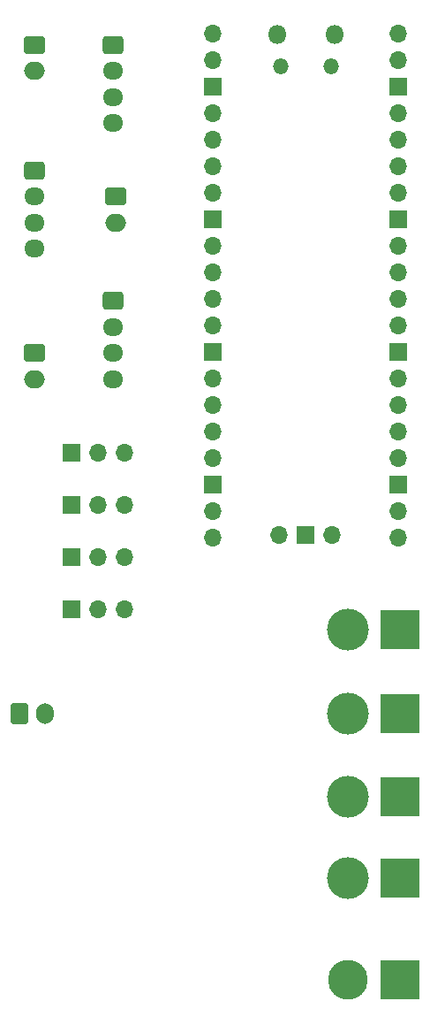
<source format=gbr>
%TF.GenerationSoftware,KiCad,Pcbnew,(6.0.0)*%
%TF.CreationDate,2022-01-01T23:53:49+00:00*%
%TF.ProjectId,main_distro,6d61696e-5f64-4697-9374-726f2e6b6963,rev?*%
%TF.SameCoordinates,Original*%
%TF.FileFunction,Soldermask,Bot*%
%TF.FilePolarity,Negative*%
%FSLAX46Y46*%
G04 Gerber Fmt 4.6, Leading zero omitted, Abs format (unit mm)*
G04 Created by KiCad (PCBNEW (6.0.0)) date 2022-01-01 23:53:49*
%MOMM*%
%LPD*%
G01*
G04 APERTURE LIST*
G04 Aperture macros list*
%AMRoundRect*
0 Rectangle with rounded corners*
0 $1 Rounding radius*
0 $2 $3 $4 $5 $6 $7 $8 $9 X,Y pos of 4 corners*
0 Add a 4 corners polygon primitive as box body*
4,1,4,$2,$3,$4,$5,$6,$7,$8,$9,$2,$3,0*
0 Add four circle primitives for the rounded corners*
1,1,$1+$1,$2,$3*
1,1,$1+$1,$4,$5*
1,1,$1+$1,$6,$7*
1,1,$1+$1,$8,$9*
0 Add four rect primitives between the rounded corners*
20,1,$1+$1,$2,$3,$4,$5,0*
20,1,$1+$1,$4,$5,$6,$7,0*
20,1,$1+$1,$6,$7,$8,$9,0*
20,1,$1+$1,$8,$9,$2,$3,0*%
G04 Aperture macros list end*
%ADD10RoundRect,0.250000X-0.600000X-0.750000X0.600000X-0.750000X0.600000X0.750000X-0.600000X0.750000X0*%
%ADD11O,1.700000X2.000000*%
%ADD12R,1.700000X1.700000*%
%ADD13O,1.700000X1.700000*%
%ADD14R,3.800000X3.800000*%
%ADD15C,3.800000*%
%ADD16O,1.500000X1.500000*%
%ADD17O,1.800000X1.800000*%
%ADD18O,2.000000X1.700000*%
%ADD19RoundRect,0.250000X-0.750000X0.600000X-0.750000X-0.600000X0.750000X-0.600000X0.750000X0.600000X0*%
%ADD20RoundRect,0.250000X-0.725000X0.600000X-0.725000X-0.600000X0.725000X-0.600000X0.725000X0.600000X0*%
%ADD21O,1.950000X1.700000*%
%ADD22C,4.000000*%
G04 APERTURE END LIST*
D10*
%TO.C,J12*%
X74500000Y-127000000D03*
D11*
X77000000Y-127000000D03*
%TD*%
D12*
%TO.C,J16*%
X79500000Y-117000000D03*
D13*
X82040000Y-117000000D03*
X84580000Y-117000000D03*
%TD*%
D12*
%TO.C,J15*%
X79500000Y-107000000D03*
D13*
X82040000Y-107000000D03*
X84580000Y-107000000D03*
%TD*%
D12*
%TO.C,J14*%
X79500000Y-112000000D03*
D13*
X82040000Y-112000000D03*
X84580000Y-112000000D03*
%TD*%
D12*
%TO.C,J13*%
X79500000Y-102000000D03*
D13*
X82040000Y-102000000D03*
X84580000Y-102000000D03*
%TD*%
D14*
%TO.C,J7*%
X111000000Y-152500000D03*
D15*
X106000000Y-152500000D03*
%TD*%
D16*
%TO.C,U1*%
X104425000Y-65030000D03*
X99575000Y-65030000D03*
D17*
X104725000Y-62000000D03*
X99275000Y-62000000D03*
D13*
X93110000Y-61870000D03*
X93110000Y-64410000D03*
D12*
X93110000Y-66950000D03*
D13*
X93110000Y-69490000D03*
X93110000Y-72030000D03*
X93110000Y-74570000D03*
X93110000Y-77110000D03*
D12*
X93110000Y-79650000D03*
D13*
X93110000Y-82190000D03*
X93110000Y-84730000D03*
X93110000Y-87270000D03*
X93110000Y-89810000D03*
D12*
X93110000Y-92350000D03*
D13*
X93110000Y-94890000D03*
X93110000Y-97430000D03*
X93110000Y-99970000D03*
X93110000Y-102510000D03*
D12*
X93110000Y-105050000D03*
D13*
X93110000Y-107590000D03*
X93110000Y-110130000D03*
X110890000Y-110130000D03*
X110890000Y-107590000D03*
D12*
X110890000Y-105050000D03*
D13*
X110890000Y-102510000D03*
X110890000Y-99970000D03*
X110890000Y-97430000D03*
X110890000Y-94890000D03*
D12*
X110890000Y-92350000D03*
D13*
X110890000Y-89810000D03*
X110890000Y-87270000D03*
X110890000Y-84730000D03*
X110890000Y-82190000D03*
D12*
X110890000Y-79650000D03*
D13*
X110890000Y-77110000D03*
X110890000Y-74570000D03*
X110890000Y-72030000D03*
X110890000Y-69490000D03*
D12*
X110890000Y-66950000D03*
D13*
X110890000Y-64410000D03*
X110890000Y-61870000D03*
X99460000Y-109900000D03*
D12*
X102000000Y-109900000D03*
D13*
X104540000Y-109900000D03*
%TD*%
D18*
%TO.C,J1*%
X76000000Y-65500000D03*
D19*
X76000000Y-63000000D03*
%TD*%
%TO.C,J2*%
X83750000Y-77500000D03*
D18*
X83750000Y-80000000D03*
%TD*%
%TO.C,J3*%
X76000000Y-95000000D03*
D19*
X76000000Y-92500000D03*
%TD*%
D20*
%TO.C,J4*%
X83500000Y-63000000D03*
D21*
X83500000Y-65500000D03*
X83500000Y-68000000D03*
X83500000Y-70500000D03*
%TD*%
D20*
%TO.C,J5*%
X76000000Y-75000000D03*
D21*
X76000000Y-77500000D03*
X76000000Y-80000000D03*
X76000000Y-82500000D03*
%TD*%
D20*
%TO.C,J6*%
X83500000Y-87500000D03*
D21*
X83500000Y-90000000D03*
X83500000Y-92500000D03*
X83500000Y-95000000D03*
%TD*%
D14*
%TO.C,J9*%
X111000000Y-119000000D03*
D22*
X106000000Y-119000000D03*
%TD*%
D14*
%TO.C,J11*%
X111000000Y-127000000D03*
D22*
X106000000Y-127000000D03*
%TD*%
D14*
%TO.C,J8*%
X111000000Y-135000000D03*
D22*
X106000000Y-135000000D03*
%TD*%
D14*
%TO.C,J10*%
X111000000Y-142750000D03*
D22*
X106000000Y-142750000D03*
%TD*%
M02*

</source>
